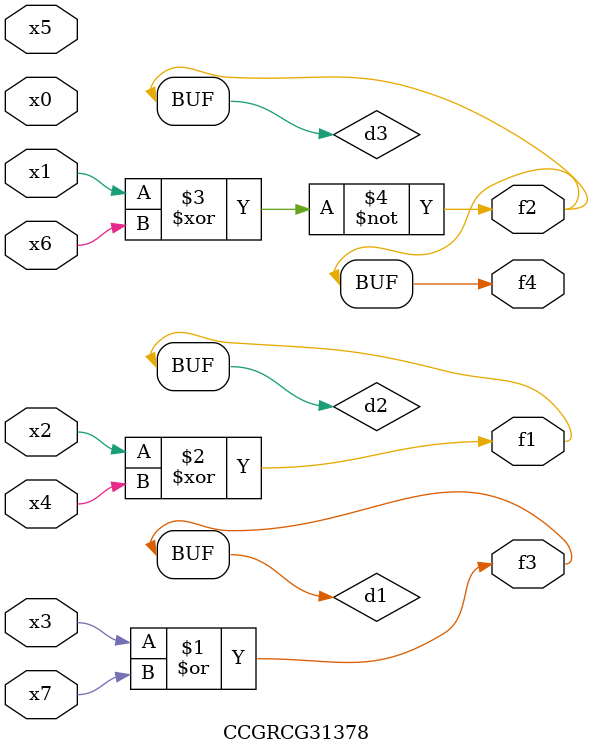
<source format=v>
module CCGRCG31378(
	input x0, x1, x2, x3, x4, x5, x6, x7,
	output f1, f2, f3, f4
);

	wire d1, d2, d3;

	or (d1, x3, x7);
	xor (d2, x2, x4);
	xnor (d3, x1, x6);
	assign f1 = d2;
	assign f2 = d3;
	assign f3 = d1;
	assign f4 = d3;
endmodule

</source>
